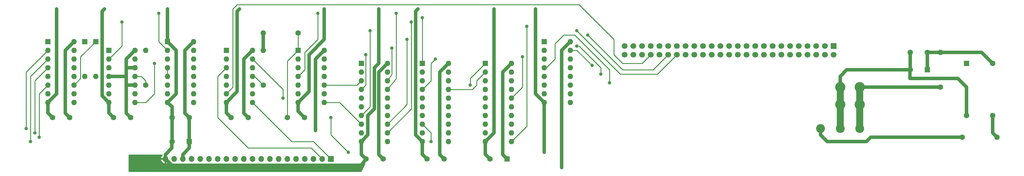
<source format=gbr>
G04 #@! TF.FileFunction,Copper,L2,Bot,Signal*
%FSLAX46Y46*%
G04 Gerber Fmt 4.6, Leading zero omitted, Abs format (unit mm)*
G04 Created by KiCad (PCBNEW 4.0.7) date 04/29/18 15:45:17*
%MOMM*%
%LPD*%
G01*
G04 APERTURE LIST*
%ADD10C,0.100000*%
%ADD11C,1.600000*%
%ADD12R,1.600000X1.600000*%
%ADD13O,1.600000X1.600000*%
%ADD14R,1.700000X1.700000*%
%ADD15O,1.700000X1.700000*%
%ADD16C,1.700000*%
%ADD17C,2.600000*%
%ADD18C,3.000000*%
%ADD19C,1.000000*%
%ADD20C,1.000000*%
%ADD21C,2.000000*%
%ADD22C,0.270000*%
%ADD23C,0.254000*%
G04 APERTURE END LIST*
D10*
D11*
X87122000Y-149733000D03*
X82122000Y-149733000D03*
X104902000Y-149733000D03*
X99902000Y-149733000D03*
X122047000Y-149733000D03*
X117047000Y-149733000D03*
X139192000Y-149733000D03*
X134192000Y-149733000D03*
X178562000Y-161798000D03*
X173562000Y-161798000D03*
X196342000Y-161798000D03*
X191342000Y-161798000D03*
X337312000Y-130683000D03*
X332312000Y-130683000D03*
X150622000Y-149733000D03*
X155622000Y-149733000D03*
D12*
X208407000Y-133858000D03*
D13*
X216027000Y-156718000D03*
X208407000Y-136398000D03*
X216027000Y-154178000D03*
X208407000Y-138938000D03*
X216027000Y-151638000D03*
X208407000Y-141478000D03*
X216027000Y-149098000D03*
X208407000Y-144018000D03*
X216027000Y-146558000D03*
X208407000Y-146558000D03*
X216027000Y-144018000D03*
X208407000Y-149098000D03*
X216027000Y-141478000D03*
X208407000Y-151638000D03*
X216027000Y-138938000D03*
X208407000Y-154178000D03*
X216027000Y-136398000D03*
X208407000Y-156718000D03*
X216027000Y-133858000D03*
D12*
X189992000Y-133858000D03*
D13*
X197612000Y-156718000D03*
X189992000Y-136398000D03*
X197612000Y-154178000D03*
X189992000Y-138938000D03*
X197612000Y-151638000D03*
X189992000Y-141478000D03*
X197612000Y-149098000D03*
X189992000Y-144018000D03*
X197612000Y-146558000D03*
X189992000Y-146558000D03*
X197612000Y-144018000D03*
X189992000Y-149098000D03*
X197612000Y-141478000D03*
X189992000Y-151638000D03*
X197612000Y-138938000D03*
X189992000Y-154178000D03*
X197612000Y-136398000D03*
X189992000Y-156718000D03*
X197612000Y-133858000D03*
D12*
X172212000Y-133858000D03*
D13*
X179832000Y-156718000D03*
X172212000Y-136398000D03*
X179832000Y-154178000D03*
X172212000Y-138938000D03*
X179832000Y-151638000D03*
X172212000Y-141478000D03*
X179832000Y-149098000D03*
X172212000Y-144018000D03*
X179832000Y-146558000D03*
X172212000Y-146558000D03*
X179832000Y-144018000D03*
X172212000Y-149098000D03*
X179832000Y-141478000D03*
X172212000Y-151638000D03*
X179832000Y-138938000D03*
X172212000Y-154178000D03*
X179832000Y-136398000D03*
X172212000Y-156718000D03*
X179832000Y-133858000D03*
D12*
X80772000Y-127508000D03*
D13*
X88392000Y-145288000D03*
X80772000Y-130048000D03*
X88392000Y-142748000D03*
X80772000Y-132588000D03*
X88392000Y-140208000D03*
X80772000Y-135128000D03*
X88392000Y-137668000D03*
X80772000Y-137668000D03*
X88392000Y-135128000D03*
X80772000Y-140208000D03*
X88392000Y-132588000D03*
X80772000Y-142748000D03*
X88392000Y-130048000D03*
X80772000Y-145288000D03*
X88392000Y-127508000D03*
D12*
X132842000Y-130048000D03*
D13*
X140462000Y-145288000D03*
X132842000Y-132588000D03*
X140462000Y-142748000D03*
X132842000Y-135128000D03*
X140462000Y-140208000D03*
X132842000Y-137668000D03*
X140462000Y-137668000D03*
X132842000Y-140208000D03*
X140462000Y-135128000D03*
X132842000Y-142748000D03*
X140462000Y-132588000D03*
X132842000Y-145288000D03*
X140462000Y-130048000D03*
D12*
X153797000Y-130048000D03*
D13*
X161417000Y-145288000D03*
X153797000Y-132588000D03*
X161417000Y-142748000D03*
X153797000Y-135128000D03*
X161417000Y-140208000D03*
X153797000Y-137668000D03*
X161417000Y-137668000D03*
X153797000Y-140208000D03*
X161417000Y-135128000D03*
X153797000Y-142748000D03*
X161417000Y-132588000D03*
X153797000Y-145288000D03*
X161417000Y-130048000D03*
D12*
X98552000Y-130048000D03*
D13*
X106172000Y-145288000D03*
X98552000Y-132588000D03*
X106172000Y-142748000D03*
X98552000Y-135128000D03*
X106172000Y-140208000D03*
X98552000Y-137668000D03*
X106172000Y-137668000D03*
X98552000Y-140208000D03*
X106172000Y-135128000D03*
X98552000Y-142748000D03*
X106172000Y-132588000D03*
X98552000Y-145288000D03*
X106172000Y-130048000D03*
D12*
X115697000Y-127508000D03*
D13*
X123317000Y-145288000D03*
X115697000Y-130048000D03*
X123317000Y-142748000D03*
X115697000Y-132588000D03*
X123317000Y-140208000D03*
X115697000Y-135128000D03*
X123317000Y-137668000D03*
X115697000Y-137668000D03*
X123317000Y-135128000D03*
X115697000Y-140208000D03*
X123317000Y-132588000D03*
X115697000Y-142748000D03*
X123317000Y-130048000D03*
X115697000Y-145288000D03*
X123317000Y-127508000D03*
D12*
X348742000Y-133858000D03*
D11*
X356362000Y-133858000D03*
X356362000Y-149098000D03*
X348742000Y-149098000D03*
D14*
X163322000Y-161798000D03*
D15*
X160782000Y-161798000D03*
X158242000Y-161798000D03*
X155702000Y-161798000D03*
X153162000Y-161798000D03*
X150622000Y-161798000D03*
X148082000Y-161798000D03*
X145542000Y-161798000D03*
X143002000Y-161798000D03*
X140462000Y-161798000D03*
X137922000Y-161798000D03*
X135382000Y-161798000D03*
X132842000Y-161798000D03*
X130302000Y-161798000D03*
X127762000Y-161798000D03*
X125222000Y-161798000D03*
X122682000Y-161798000D03*
X120142000Y-161798000D03*
X117602000Y-161798000D03*
X115062000Y-161798000D03*
D12*
X225552000Y-127508000D03*
D13*
X233172000Y-145288000D03*
X225552000Y-130048000D03*
X233172000Y-142748000D03*
X225552000Y-132588000D03*
X233172000Y-140208000D03*
X225552000Y-135128000D03*
X233172000Y-137668000D03*
X225552000Y-137668000D03*
X233172000Y-135128000D03*
X225552000Y-140208000D03*
X233172000Y-132588000D03*
X225552000Y-142748000D03*
X233172000Y-130048000D03*
X225552000Y-145288000D03*
X233172000Y-127508000D03*
D14*
X310007000Y-128778000D03*
D16*
X310007000Y-131318000D03*
X307467000Y-128778000D03*
X307467000Y-131318000D03*
X304927000Y-128778000D03*
X304927000Y-131318000D03*
X302387000Y-128778000D03*
X302387000Y-131318000D03*
X299847000Y-128778000D03*
X299847000Y-131318000D03*
X297307000Y-128778000D03*
X297307000Y-131318000D03*
X294767000Y-128778000D03*
X294767000Y-131318000D03*
X292227000Y-128778000D03*
X292227000Y-131318000D03*
X289687000Y-128778000D03*
X289687000Y-131318000D03*
X287147000Y-128778000D03*
X287147000Y-131318000D03*
X284607000Y-128778000D03*
X284607000Y-131318000D03*
X282067000Y-128778000D03*
X282067000Y-131318000D03*
X279527000Y-128778000D03*
X279527000Y-131318000D03*
X276987000Y-128778000D03*
X276987000Y-131318000D03*
X274447000Y-128778000D03*
X274447000Y-131318000D03*
X271907000Y-128778000D03*
X271907000Y-131318000D03*
X269367000Y-128778000D03*
X269367000Y-131318000D03*
X266827000Y-128778000D03*
X266827000Y-131318000D03*
X264287000Y-128778000D03*
X264287000Y-131318000D03*
X261747000Y-128778000D03*
X261747000Y-131318000D03*
X259207000Y-128778000D03*
X259207000Y-131318000D03*
X256667000Y-128778000D03*
X256667000Y-131318000D03*
X254127000Y-128778000D03*
X254127000Y-131318000D03*
X251587000Y-128778000D03*
X251587000Y-131318000D03*
X249047000Y-128778000D03*
X249047000Y-131318000D03*
D12*
X122047000Y-156718000D03*
D11*
X117047000Y-156718000D03*
D12*
X214757000Y-161798000D03*
D11*
X209757000Y-161798000D03*
D12*
X337312000Y-135763000D03*
D11*
X332312000Y-135763000D03*
D12*
X94742000Y-127508000D03*
D13*
X94742000Y-137668000D03*
D11*
X143637000Y-140208000D03*
D13*
X143637000Y-130048000D03*
D11*
X153797000Y-124968000D03*
D13*
X143637000Y-124968000D03*
D11*
X109347000Y-140208000D03*
D13*
X109347000Y-130048000D03*
D11*
X341122000Y-140843000D03*
D13*
X341122000Y-130683000D03*
D11*
X347472000Y-155448000D03*
D13*
X357632000Y-155448000D03*
D12*
X91567000Y-127508000D03*
D13*
X91567000Y-137668000D03*
D17*
X317627000Y-152908000D03*
X306197000Y-152908000D03*
X311912000Y-152908000D03*
D18*
X317627000Y-145923000D03*
X317627000Y-140843000D03*
X311912000Y-145923000D03*
X311912000Y-140843000D03*
D19*
X120777000Y-134493000D03*
X158877000Y-153543000D03*
X230632000Y-164338000D03*
X174117000Y-149098000D03*
X118237000Y-130048000D03*
X223012000Y-117983000D03*
X161417000Y-117983000D03*
X225552000Y-159893000D03*
X210947000Y-117983000D03*
X188722000Y-117983000D03*
X177292000Y-117983000D03*
X136652000Y-117983000D03*
X115697000Y-117983000D03*
X97282000Y-117983000D03*
X83312000Y-117983000D03*
X203962000Y-140208000D03*
X220472000Y-123063000D03*
X192532000Y-156718000D03*
X219202000Y-131953000D03*
X193802000Y-132588000D03*
X102362000Y-121793000D03*
X186817000Y-121793000D03*
X163322000Y-149733000D03*
X168402000Y-159893000D03*
X185547000Y-126873000D03*
X173482000Y-131318000D03*
X238252000Y-125603000D03*
X174752000Y-124333000D03*
X182372000Y-119253000D03*
X113157000Y-119253000D03*
X159512000Y-119253000D03*
X149352000Y-144018000D03*
X181102000Y-129413000D03*
X74422000Y-152908000D03*
X75692000Y-156718000D03*
X76962000Y-154178000D03*
X78232000Y-155448000D03*
X189992000Y-120523000D03*
X111887000Y-133858000D03*
X235077000Y-124333000D03*
X239522000Y-134493000D03*
X235077000Y-128778000D03*
X242062000Y-137033000D03*
X244602000Y-139573000D03*
D20*
X122047000Y-156718000D02*
X122047000Y-149733000D01*
X122047000Y-156718000D02*
X122047000Y-158623000D01*
X120142000Y-160528000D02*
X122047000Y-158623000D01*
X120142000Y-160528000D02*
X120142000Y-161798000D01*
X143637000Y-124968000D02*
X143637000Y-130048000D01*
X161417000Y-130048000D02*
X158877000Y-132588000D01*
X158877000Y-132588000D02*
X158877000Y-153543000D01*
X233172000Y-127508000D02*
X230632000Y-130048000D01*
X230632000Y-130048000D02*
X230632000Y-164338000D01*
X214757000Y-161798000D02*
X213487000Y-160528000D01*
X213487000Y-136398000D02*
X216027000Y-133858000D01*
X213487000Y-160528000D02*
X213487000Y-136398000D01*
X196342000Y-161798000D02*
X195072000Y-160528000D01*
X195072000Y-136398000D02*
X197612000Y-133858000D01*
X195072000Y-160528000D02*
X195072000Y-136398000D01*
X178562000Y-161798000D02*
X177292000Y-160528000D01*
X177292000Y-136398000D02*
X179832000Y-133858000D01*
X177292000Y-160528000D02*
X177292000Y-136398000D01*
X139192000Y-149733000D02*
X137922000Y-148463000D01*
X137922000Y-132588000D02*
X140462000Y-130048000D01*
X137922000Y-148463000D02*
X137922000Y-132588000D01*
X122047000Y-149733000D02*
X120777000Y-148463000D01*
X120777000Y-148463000D02*
X120777000Y-134493000D01*
X120777000Y-130048000D02*
X123317000Y-127508000D01*
X120777000Y-134493000D02*
X120777000Y-130048000D01*
X98552000Y-137668000D02*
X103632000Y-137668000D01*
X106172000Y-135128000D02*
X103632000Y-135128000D01*
X106172000Y-140208000D02*
X103632000Y-140208000D01*
X104902000Y-149733000D02*
X103632000Y-148463000D01*
X103632000Y-132588000D02*
X106172000Y-130048000D01*
X103632000Y-148463000D02*
X103632000Y-140208000D01*
X103632000Y-140208000D02*
X103632000Y-137668000D01*
X103632000Y-137668000D02*
X103632000Y-135128000D01*
X103632000Y-135128000D02*
X103632000Y-132588000D01*
X87122000Y-149733000D02*
X85852000Y-148463000D01*
X85852000Y-130048000D02*
X88392000Y-127508000D01*
X85852000Y-148463000D02*
X85852000Y-130048000D01*
X117047000Y-156718000D02*
X117047000Y-149733000D01*
X115062000Y-160528000D02*
X116967000Y-158623000D01*
X115062000Y-161798000D02*
X115062000Y-160528000D01*
X116967000Y-158623000D02*
X116967000Y-156798000D01*
X116967000Y-156798000D02*
X117047000Y-156718000D01*
X223012000Y-142748000D02*
X223012000Y-117983000D01*
X223012000Y-142748000D02*
X225552000Y-145288000D01*
X153797000Y-145288000D02*
X156972000Y-142113000D01*
X161417000Y-126873000D02*
X161417000Y-117983000D01*
X156972000Y-131318000D02*
X161417000Y-126873000D01*
X156972000Y-142113000D02*
X156972000Y-131318000D01*
X155622000Y-149733000D02*
X153797000Y-147908000D01*
X153797000Y-147908000D02*
X153797000Y-145288000D01*
X225552000Y-145288000D02*
X225552000Y-159893000D01*
X208407000Y-156718000D02*
X210947000Y-154178000D01*
X210947000Y-154178000D02*
X210947000Y-117983000D01*
X209757000Y-161798000D02*
X208407000Y-160448000D01*
X208407000Y-160448000D02*
X208407000Y-156718000D01*
X189992000Y-156718000D02*
X188087000Y-154813000D01*
X188087000Y-118618000D02*
X188722000Y-117983000D01*
X188087000Y-154813000D02*
X188087000Y-118618000D01*
X191342000Y-161798000D02*
X189992000Y-160448000D01*
X189992000Y-160448000D02*
X189992000Y-156718000D01*
X172212000Y-156718000D02*
X174117000Y-154813000D01*
X177292000Y-133858000D02*
X177292000Y-117983000D01*
X176022000Y-135128000D02*
X177292000Y-133858000D01*
X176022000Y-147193000D02*
X176022000Y-135128000D01*
X174117000Y-149098000D02*
X176022000Y-147193000D01*
X174117000Y-154813000D02*
X174117000Y-149098000D01*
X173562000Y-161798000D02*
X172212000Y-160528000D01*
X172212000Y-160528000D02*
X172212000Y-156718000D01*
X115062000Y-161798000D02*
X116967000Y-163703000D01*
X172212000Y-163703000D02*
X173562000Y-161798000D01*
X116967000Y-163703000D02*
X172212000Y-163703000D01*
X136017000Y-142113000D02*
X136017000Y-118618000D01*
X136017000Y-118618000D02*
X136652000Y-117983000D01*
X132842000Y-145288000D02*
X136017000Y-142113000D01*
X115697000Y-127508000D02*
X115697000Y-117983000D01*
X96647000Y-143383000D02*
X96647000Y-118618000D01*
X98552000Y-145288000D02*
X96647000Y-143383000D01*
X96647000Y-118618000D02*
X97282000Y-117983000D01*
X83312000Y-142748000D02*
X83312000Y-117983000D01*
X80772000Y-145288000D02*
X83312000Y-142748000D01*
X134192000Y-149733000D02*
X132842000Y-148383000D01*
X132842000Y-148383000D02*
X132842000Y-145288000D01*
X115697000Y-145288000D02*
X118237000Y-142748000D01*
X118237000Y-130048000D02*
X115697000Y-127508000D01*
X118237000Y-142748000D02*
X118237000Y-130048000D01*
X117047000Y-149733000D02*
X117047000Y-146638000D01*
X117047000Y-146638000D02*
X115697000Y-145288000D01*
X99902000Y-149733000D02*
X98552000Y-148383000D01*
X98552000Y-148383000D02*
X98552000Y-145288000D01*
X82122000Y-149733000D02*
X80772000Y-148383000D01*
X80772000Y-148383000D02*
X80772000Y-145288000D01*
X337312000Y-135763000D02*
X337312000Y-130683000D01*
X337312000Y-130683000D02*
X341122000Y-130683000D01*
X341122000Y-130683000D02*
X353187000Y-130683000D01*
X353187000Y-130683000D02*
X356362000Y-133858000D01*
X332232000Y-138303000D02*
X344297000Y-138303000D01*
X332232000Y-135843000D02*
X332232000Y-138303000D01*
X348742000Y-140843000D02*
X348742000Y-149098000D01*
X346202000Y-138303000D02*
X348742000Y-140843000D01*
X344297000Y-138303000D02*
X346202000Y-138303000D01*
X332312000Y-135763000D02*
X332232000Y-135843000D01*
X311912000Y-140843000D02*
X311912000Y-137668000D01*
X313817000Y-135763000D02*
X332312000Y-135763000D01*
X311912000Y-137668000D02*
X313817000Y-135763000D01*
X332312000Y-135763000D02*
X332312000Y-130683000D01*
D21*
X311912000Y-140843000D02*
X311912000Y-145923000D01*
X311912000Y-145923000D02*
X311912000Y-152908000D01*
D22*
X150622000Y-149733000D02*
X150622000Y-133223000D01*
X150622000Y-133223000D02*
X153797000Y-130048000D01*
X153797000Y-124968000D02*
X153797000Y-130048000D01*
X208407000Y-133858000D02*
X203962000Y-138303000D01*
X203962000Y-138303000D02*
X203962000Y-140208000D01*
X161417000Y-140208000D02*
X170942000Y-140208000D01*
X170942000Y-140208000D02*
X172212000Y-138938000D01*
X216027000Y-156718000D02*
X220472000Y-152273000D01*
X220472000Y-152273000D02*
X220472000Y-123063000D01*
X197612000Y-141478000D02*
X204597000Y-141478000D01*
X205867000Y-138938000D02*
X208407000Y-136398000D01*
X205867000Y-140208000D02*
X205867000Y-138938000D01*
X204597000Y-141478000D02*
X205867000Y-140208000D01*
X189992000Y-151638000D02*
X192532000Y-154178000D01*
X192532000Y-154178000D02*
X192532000Y-156718000D01*
X193802000Y-132588000D02*
X192532000Y-133858000D01*
X192532000Y-133858000D02*
X192532000Y-138938000D01*
X219202000Y-140843000D02*
X219202000Y-131953000D01*
X216027000Y-144018000D02*
X219202000Y-140843000D01*
X192532000Y-138938000D02*
X189992000Y-141478000D01*
X179832000Y-154178000D02*
X186817000Y-147193000D01*
X102362000Y-128778000D02*
X98552000Y-132588000D01*
X102362000Y-121793000D02*
X102362000Y-128778000D01*
X186817000Y-147193000D02*
X186817000Y-121793000D01*
X163322000Y-154813000D02*
X168402000Y-159893000D01*
X163322000Y-154813000D02*
X163322000Y-149733000D01*
X179832000Y-151638000D02*
X185547000Y-145923000D01*
X185547000Y-145923000D02*
X185547000Y-126873000D01*
X172212000Y-141478000D02*
X173482000Y-140208000D01*
X173482000Y-131953000D02*
X173482000Y-131318000D01*
X173482000Y-140208000D02*
X173482000Y-131953000D01*
X261112000Y-131953000D02*
X261747000Y-131318000D01*
X261112000Y-131953000D02*
X257302000Y-135763000D01*
X257302000Y-135763000D02*
X248412000Y-135763000D01*
X248412000Y-135763000D02*
X238252000Y-125603000D01*
X174752000Y-146558000D02*
X174752000Y-124333000D01*
X174752000Y-146558000D02*
X172212000Y-149098000D01*
X179832000Y-141478000D02*
X182372000Y-138303000D01*
X182372000Y-138303000D02*
X182372000Y-119253000D01*
X153797000Y-137668000D02*
X155702000Y-135763000D01*
X113157000Y-127508000D02*
X113157000Y-119253000D01*
X113157000Y-127508000D02*
X115697000Y-130048000D01*
X159512000Y-126873000D02*
X159512000Y-119253000D01*
X155702000Y-130683000D02*
X159512000Y-126873000D01*
X155702000Y-135763000D02*
X155702000Y-130683000D01*
X161417000Y-145288000D02*
X165862000Y-145288000D01*
X165862000Y-145288000D02*
X172212000Y-151638000D01*
X149352000Y-141478000D02*
X149352000Y-144018000D01*
X149352000Y-141478000D02*
X140462000Y-132588000D01*
X181102000Y-137033000D02*
X181102000Y-129413000D01*
X179832000Y-138938000D02*
X181102000Y-137033000D01*
X80772000Y-130048000D02*
X74422000Y-136398000D01*
X74422000Y-136398000D02*
X74422000Y-152908000D01*
X80772000Y-132588000D02*
X75692000Y-137668000D01*
X75692000Y-137668000D02*
X75692000Y-156718000D01*
X80772000Y-135128000D02*
X76962000Y-138938000D01*
X76962000Y-138938000D02*
X76962000Y-154178000D01*
X80772000Y-140208000D02*
X78232000Y-142748000D01*
X78232000Y-142748000D02*
X78232000Y-155448000D01*
X88392000Y-140208000D02*
X90297000Y-138303000D01*
X90297000Y-131953000D02*
X94742000Y-127508000D01*
X90297000Y-138303000D02*
X90297000Y-131953000D01*
X189992000Y-120523000D02*
X189992000Y-133858000D01*
X109347000Y-145288000D02*
X111887000Y-142748000D01*
X111887000Y-142748000D02*
X111887000Y-133858000D01*
X106172000Y-145288000D02*
X109347000Y-145288000D01*
X140462000Y-145288000D02*
X151892000Y-156718000D01*
X158242000Y-156718000D02*
X163322000Y-161798000D01*
X151892000Y-156718000D02*
X158242000Y-156718000D01*
X264287000Y-131318000D02*
X258572000Y-137033000D01*
X247777000Y-137033000D02*
X235077000Y-124333000D01*
X258572000Y-137033000D02*
X247777000Y-137033000D01*
X160782000Y-161798000D02*
X157607000Y-158623000D01*
X130302000Y-137668000D02*
X132842000Y-135128000D01*
X130302000Y-149733000D02*
X130302000Y-137668000D01*
X139192000Y-158623000D02*
X130302000Y-149733000D01*
X157607000Y-158623000D02*
X139192000Y-158623000D01*
X140462000Y-137668000D02*
X141097000Y-137668000D01*
X141097000Y-137668000D02*
X143637000Y-140208000D01*
X256667000Y-131318000D02*
X254762000Y-133223000D01*
X134747000Y-140843000D02*
X132842000Y-142748000D01*
X134747000Y-117983000D02*
X134747000Y-140843000D01*
X136017000Y-116713000D02*
X134747000Y-117983000D01*
X235712000Y-116713000D02*
X136017000Y-116713000D01*
X245872000Y-126873000D02*
X235712000Y-116713000D01*
X245872000Y-131318000D02*
X245872000Y-126873000D01*
X248412000Y-133858000D02*
X245872000Y-131318000D01*
X254127000Y-133858000D02*
X248412000Y-133858000D01*
X254762000Y-133223000D02*
X254127000Y-133858000D01*
X235077000Y-130048000D02*
X233172000Y-130048000D01*
X239522000Y-134493000D02*
X235077000Y-130048000D01*
X242062000Y-135128000D02*
X235712000Y-128778000D01*
X235712000Y-128778000D02*
X235077000Y-128778000D01*
X242062000Y-137033000D02*
X242062000Y-135128000D01*
X109347000Y-140208000D02*
X109347000Y-138938000D01*
X108077000Y-137668000D02*
X106172000Y-137668000D01*
X109347000Y-138938000D02*
X108077000Y-137668000D01*
X115697000Y-137668000D02*
X115697000Y-135128000D01*
D20*
X317627000Y-140843000D02*
X341122000Y-140843000D01*
D21*
X317627000Y-140843000D02*
X317627000Y-145923000D01*
X317627000Y-145923000D02*
X317627000Y-152908000D01*
D20*
X347472000Y-155448000D02*
X320802000Y-155448000D01*
X306197000Y-154813000D02*
X306197000Y-152908000D01*
X308102000Y-156718000D02*
X306197000Y-154813000D01*
X319532000Y-156718000D02*
X308102000Y-156718000D01*
X320802000Y-155448000D02*
X319532000Y-156718000D01*
X356362000Y-149098000D02*
X356362000Y-154178000D01*
X356362000Y-154178000D02*
X357632000Y-155448000D01*
D22*
X225552000Y-135128000D02*
X226187000Y-135128000D01*
X226187000Y-135128000D02*
X228727000Y-132588000D01*
X228727000Y-132588000D02*
X228727000Y-128143000D01*
X228727000Y-128143000D02*
X231267000Y-125603000D01*
X231267000Y-125603000D02*
X234442000Y-125603000D01*
X234442000Y-125603000D02*
X244602000Y-135763000D01*
X244602000Y-135763000D02*
X244602000Y-139573000D01*
D23*
G36*
X113866817Y-160916642D02*
X113620514Y-161441108D01*
X113741181Y-161671000D01*
X114935000Y-161671000D01*
X114935000Y-161651000D01*
X115189000Y-161651000D01*
X115189000Y-161671000D01*
X115209000Y-161671000D01*
X115209000Y-161925000D01*
X115189000Y-161925000D01*
X115189000Y-163118155D01*
X115418890Y-163239476D01*
X115828924Y-163069645D01*
X116205000Y-162726914D01*
X116205000Y-163703000D01*
X116215006Y-163752410D01*
X116243447Y-163794035D01*
X116285841Y-163821315D01*
X116332000Y-163830000D01*
X171577000Y-163830000D01*
X171626410Y-163819994D01*
X171666803Y-163792803D01*
X172578985Y-162880621D01*
X172618986Y-162920622D01*
X172733861Y-162805747D01*
X172807995Y-163051864D01*
X173265801Y-163216418D01*
X172133510Y-165481000D01*
X104434000Y-165481000D01*
X104434000Y-162154892D01*
X113620514Y-162154892D01*
X113866817Y-162679358D01*
X114295076Y-163069645D01*
X114705110Y-163239476D01*
X114935000Y-163118155D01*
X114935000Y-161925000D01*
X113741181Y-161925000D01*
X113620514Y-162154892D01*
X104434000Y-162154892D01*
X104434000Y-160655000D01*
X114153915Y-160655000D01*
X113866817Y-160916642D01*
X113866817Y-160916642D01*
G37*
X113866817Y-160916642D02*
X113620514Y-161441108D01*
X113741181Y-161671000D01*
X114935000Y-161671000D01*
X114935000Y-161651000D01*
X115189000Y-161651000D01*
X115189000Y-161671000D01*
X115209000Y-161671000D01*
X115209000Y-161925000D01*
X115189000Y-161925000D01*
X115189000Y-163118155D01*
X115418890Y-163239476D01*
X115828924Y-163069645D01*
X116205000Y-162726914D01*
X116205000Y-163703000D01*
X116215006Y-163752410D01*
X116243447Y-163794035D01*
X116285841Y-163821315D01*
X116332000Y-163830000D01*
X171577000Y-163830000D01*
X171626410Y-163819994D01*
X171666803Y-163792803D01*
X172578985Y-162880621D01*
X172618986Y-162920622D01*
X172733861Y-162805747D01*
X172807995Y-163051864D01*
X173265801Y-163216418D01*
X172133510Y-165481000D01*
X104434000Y-165481000D01*
X104434000Y-162154892D01*
X113620514Y-162154892D01*
X113866817Y-162679358D01*
X114295076Y-163069645D01*
X114705110Y-163239476D01*
X114935000Y-163118155D01*
X114935000Y-161925000D01*
X113741181Y-161925000D01*
X113620514Y-162154892D01*
X104434000Y-162154892D01*
X104434000Y-160655000D01*
X114153915Y-160655000D01*
X113866817Y-160916642D01*
M02*

</source>
